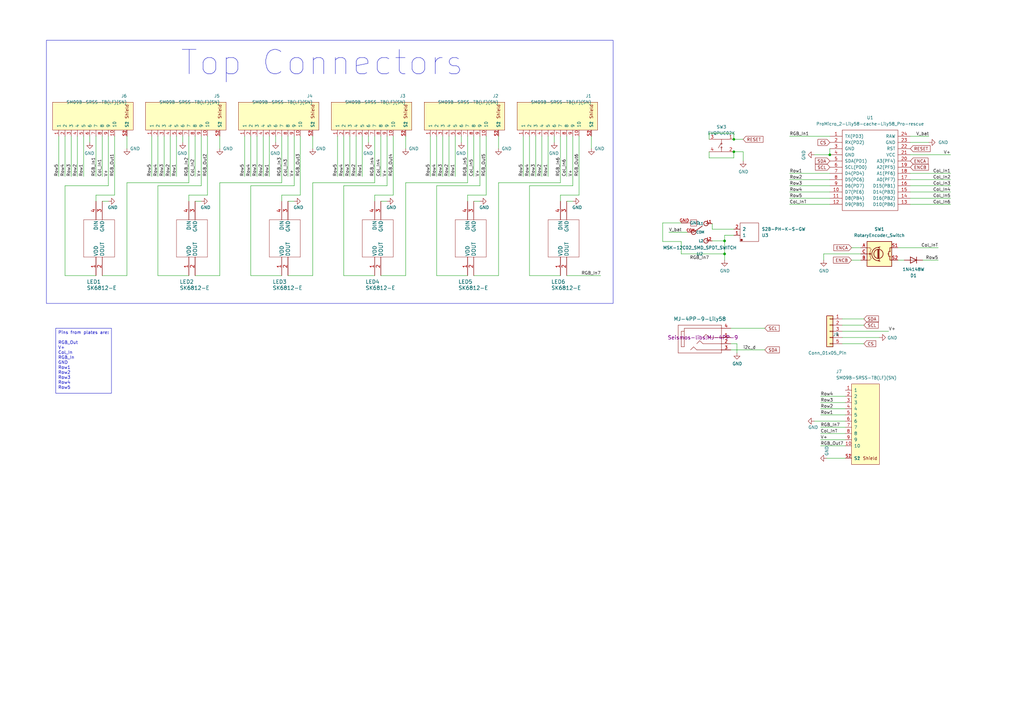
<source format=kicad_sch>
(kicad_sch (version 20230121) (generator eeschema)
  (paper "A3")
  (lib_symbols
    (symbol "Diode:1N4148W" (pin_numbers hide) (pin_names hide)
      (property "Reference" "D" (at 0 2.54 0))
      (property "Value" "1N4148W" (at 0 -2.54 0))
      (symbol "1N4148W_0_1"
        (polyline (pts (xy -1.27 1.27) (xy -1.27 -1.27)) (stroke (width 0.254)))
        (polyline (pts (xy 1.27 0) (xy -1.27 0)))
        (polyline (pts (xy 1.27 1.27) (xy 1.27 -1.27) (xy -1.27 0) (xy 1.27 1.27)) (stroke (width 0.254)))
      )
      (symbol "1N4148W_1_1"
        (pin passive line (at -3.81 0 0) (length 2.54) (name "K") (number "1"))
        (pin passive line (at 3.81 0 180) (length 2.54) (name "A") (number "2"))
      )
    )
    (symbol "GND_1" (power) (pin_names (offset 0))
      (property "Value" "GND_1" (at 0 -3.81 0))
      (symbol "GND_1_0_1"
        (polyline (pts (xy 0 0) (xy 0 -1.27) (xy 1.27 -1.27) (xy 0 -2.54) (xy -1.27 -1.27) (xy 0 -1.27)))
      )
      (symbol "GND_1_1_1"
        (pin power_in line (at 0 0 270) (length 0) hide (name "GND") (number "1"))
      )
    )
    (symbol "Seismos-sym:Conn_01x05" (pin_names (offset 1.016) hide)
      (property "Reference" "J" (at 0 7.62 0))
      (property "Value" "Conn_01x05" (at 0 -7.62 0))
      (symbol "Conn_01x05_1_1"
        (rectangle (start -1.27 -4.953) (end 0 -5.207) (stroke (width 0.1524)))
        (rectangle (start -1.27 -2.413) (end 0 -2.667) (stroke (width 0.1524)))
        (rectangle (start -1.27 0.127) (end 0 -0.127) (stroke (width 0.1524)))
        (rectangle (start -1.27 2.667) (end 0 2.413) (stroke (width 0.1524)))
        (rectangle (start -1.27 5.207) (end 0 4.953) (stroke (width 0.1524)))
        (rectangle (start -1.27 6.35) (end 1.27 -6.35) (stroke (width 0.254)) (fill (type background)))
        (pin passive line (at -5.08 5.08 0) (length 3.81) (name "Pin_1") (number "1"))
        (pin passive line (at -5.08 2.54 0) (length 3.81) (name "Pin_2") (number "2"))
        (pin passive line (at -5.08 0 0) (length 3.81) (name "Pin_3") (number "3"))
        (pin passive line (at -5.08 -2.54 0) (length 3.81) (name "Pin_4") (number "4"))
        (pin passive line (at -5.08 -5.08 0) (length 3.81) (name "Pin_5") (number "5"))
      )
    )
    (symbol "Seismos-sym:EVQPUC02K" (pin_names (offset 1.016) hide)
      (property "Reference" "SW" (at 0 7.747 0))
      (property "Value" "EVQPUC02K" (at 0 12.827 0))
      (symbol "EVQPUC02K_1_1"
        (circle (center 0 -0.762) (radius 0.254) (stroke (width 0.1524)))
        (polyline (pts (xy -2.54 -2.54) (xy 2.54 -2.54)) (stroke (width 0.1524)))
        (polyline (pts (xy -2.54 2.54) (xy 2.54 2.54)) (stroke (width 0.1524)))
        (polyline (pts (xy -1.27 -1.016) (xy -0.254 0.762)) (stroke (width 0.1524)))
        (polyline (pts (xy 0 -2.54) (xy 0 -1.524)) (stroke (width 0.1524)))
        (polyline (pts (xy 0 -1.524) (xy 0 -0.762)) (stroke (width 0.1524)))
        (polyline (pts (xy 0 2.54) (xy 0 0.762)) (stroke (width 0.1524)))
        (circle (center 0 0.762) (radius 0.254) (stroke (width 0.1524)))
        (pin input line (at 5.08 2.54 180) (length 2.54) (name "1") (number "1"))
        (pin input line (at 5.08 -2.54 180) (length 2.54) (name "2") (number "2"))
        (pin input line (at -5.08 2.54 0) (length 2.54) (name "3") (number "3"))
        (pin input line (at -5.08 -2.54 0) (length 2.54) (name "4") (number "4"))
      )
    )
    (symbol "Seismos-sym:MJ-4PP-9-Lily58" (pin_names (offset 1.016))
      (property "Reference" "J" (at -8.89 -7.62 0))
      (property "Value" "MJ-4PP-9-Lily58" (at -3.81 6.35 0))
      (property "Footprint" "Seismos-libs:MJ-4PP-9" (at 0 0 0))
      (symbol "MJ-4PP-9-Lily58_0_1"
        (rectangle (start -7.62 2.54) (end -8.89 -3.81))
        (polyline (pts (xy 2.54 0) (xy 7.62 0)))
        (polyline (pts (xy -2.54 -5.08) (xy 7.62 -5.08) (xy 7.62 -5.08)))
        (polyline (pts (xy 0 -2.54) (xy -1.27 -1.27) (xy -2.54 -2.54)))
        (polyline (pts (xy 0 0) (xy 1.27 1.27) (xy 2.54 0)))
        (polyline (pts (xy 7.62 3.81) (xy -7.62 3.81) (xy -7.62 2.54)))
        (polyline (pts (xy -2.54 -5.08) (xy -3.81 -3.81) (xy -5.08 -5.08) (xy -5.08 -5.08)))
        (polyline (pts (xy 0 -2.54) (xy 7.62 -2.54) (xy 7.62 -2.54) (xy 7.62 -2.54)))
        (rectangle (start 7.62 -6.35) (end -10.16 5.08))
      )
      (symbol "MJ-4PP-9-Lily58_1_1"
        (pin passive line (at 11.43 0 180) (length 3.81) (name "~") (number "1"))
        (pin passive line (at 11.43 -2.54 180) (length 3.81) (name "~") (number "2"))
        (pin passive line (at 11.43 -5.08 180) (length 3.81) (name "~") (number "3"))
        (pin passive line (at 11.43 3.81 180) (length 3.81) (name "~") (number "4"))
      )
    )
    (symbol "Seismos-sym:MSK-12C02_SMD_SPDT_SWITCH" (pin_names (offset 1.016))
      (property "Reference" "U" (at -5.08 7.62 0))
      (property "Value" "MSK-12C02_SMD_SPDT_SWITCH" (at -5.08 -7.62 0))
      (symbol "MSK-12C02_SMD_SPDT_SWITCH_0_0"
        (circle (center -5.08 0) (radius 0.9158) (stroke (width 0.254)))
        (circle (center 0 -3.556) (radius 0.9158) (stroke (width 0.254)))
        (polyline (pts (xy -5.08 0) (xy -1.524 -2.54)) (stroke (width 0.254)))
        (circle (center 0 3.556) (radius 0.9158) (stroke (width 0.254)))
        (pin bidirectional line (at -7.62 0 0) (length 2.54) (name "COM") (number "COM"))
        (pin bidirectional line (at 2.54 -3.556 180) (length 2.54) (name "L1") (number "L1"))
        (pin bidirectional line (at 2.54 3.556 180) (length 2.54) (name "L2") (number "L2"))
      )
      (symbol "MSK-12C02_SMD_SPDT_SWITCH_0_1"
        (rectangle (start -6.35 -2.54) (end -3.81 -5.08))
        (polyline (pts (xy -7.62 -3.81) (xy -6.35 -3.81)))
      )
      (symbol "MSK-12C02_SMD_SPDT_SWITCH_1_1"
        (pin bidirectional line (at -10.16 -3.81 0) (length 2.54) (name "GND") (number "GND"))
      )
    )
    (symbol "Seismos-sym:ProMicro_2-Lily58" (pin_names (offset 1.016))
      (property "Reference" "U" (at 0 17.78 0))
      (property "Value" "ProMicro_2-Lily58" (at 0 -17.78 0))
      (symbol "ProMicro_2-Lily58_0_1"
        (rectangle (start -11.43 16.51) (end 11.43 -16.51))
      )
      (symbol "ProMicro_2-Lily58_1_1"
        (pin bidirectional line (at -16.51 13.97 0) (length 5.08) (name "TX(PD3)") (number "1"))
        (pin input line (at -16.51 -8.89 0) (length 5.08) (name "D7(PE6)") (number "10"))
        (pin input line (at -16.51 -11.43 0) (length 5.08) (name "D8(PB4)") (number "11"))
        (pin input line (at -16.51 -13.97 0) (length 5.08) (name "D9(PB5)") (number "12"))
        (pin input line (at 16.51 -13.97 180) (length 5.08) (name "D10(PB6)") (number "13"))
        (pin input line (at 16.51 -11.43 180) (length 5.08) (name "D16(PB2)") (number "14"))
        (pin input line (at 16.51 -8.89 180) (length 5.08) (name "D14(PB3)") (number "15"))
        (pin input line (at 16.51 -6.35 180) (length 5.08) (name "D15(PB1)") (number "16"))
        (pin input line (at 16.51 -3.81 180) (length 5.08) (name "A0(PF7)") (number "17"))
        (pin input line (at 16.51 -1.27 180) (length 5.08) (name "A1(PF6)") (number "18"))
        (pin input line (at 16.51 1.27 180) (length 5.08) (name "A2(PF5)") (number "19"))
        (pin input line (at -16.51 11.43 0) (length 5.08) (name "RX(PD2)") (number "2"))
        (pin input line (at 16.51 3.81 180) (length 5.08) (name "A3(PF4)") (number "20"))
        (pin input line (at 16.51 6.35 180) (length 5.08) (name "VCC") (number "21"))
        (pin input line (at 16.51 8.89 180) (length 5.08) (name "RST") (number "22"))
        (pin input line (at 16.51 11.43 180) (length 5.08) (name "GND") (number "23"))
        (pin input line (at 16.51 13.97 180) (length 5.08) (name "RAW") (number "24"))
        (pin input line (at -16.51 8.89 0) (length 5.08) (name "GND") (number "3"))
        (pin input line (at -16.51 6.35 0) (length 5.08) (name "GND") (number "4"))
        (pin input line (at -16.51 3.81 0) (length 5.08) (name "SDA(PD1)") (number "5"))
        (pin input line (at -16.51 1.27 0) (length 5.08) (name "SCL(PD0)") (number "6"))
        (pin input line (at -16.51 -1.27 0) (length 5.08) (name "D4(PD4)") (number "7"))
        (pin input line (at -16.51 -3.81 0) (length 5.08) (name "D5(PC6)") (number "8"))
        (pin input line (at -16.51 -6.35 0) (length 5.08) (name "D6(PD7)") (number "9"))
      )
    )
    (symbol "Seismos-sym:RotaryEncoder_Switch" (pin_names (offset 0.254) hide)
      (property "Reference" "SW" (at 0 6.604 0))
      (property "Value" "RotaryEncoder_Switch" (at 0 -6.604 0))
      (symbol "RotaryEncoder_Switch_0_1"
        (rectangle (start -5.08 5.08) (end 5.08 -5.08) (stroke (width 0.254)) (fill (type background)))
        (circle (center -3.81 0) (radius 0.254) (fill (type outline)))
        (circle (center -0.381 0) (radius 1.905) (stroke (width 0.254)))
        (arc (start -0.381 2.667) (mid -3.0988 -0.0635) (end -0.381 -2.794) (stroke (width 0.254)))
        (polyline (pts (xy -0.635 -1.778) (xy -0.635 1.778)) (stroke (width 0.254)))
        (polyline (pts (xy -0.381 -1.778) (xy -0.381 1.778)) (stroke (width 0.254)))
        (polyline (pts (xy -0.127 1.778) (xy -0.127 -1.778)) (stroke (width 0.254)))
        (polyline (pts (xy 3.81 0) (xy 3.429 0)) (stroke (width 0.254)))
        (polyline (pts (xy 3.81 1.016) (xy 3.81 -1.016)) (stroke (width 0.254)))
        (polyline (pts (xy -5.08 -2.54) (xy -3.81 -2.54) (xy -3.81 -2.032)))
        (polyline (pts (xy -5.08 2.54) (xy -3.81 2.54) (xy -3.81 2.032)))
        (polyline (pts (xy 0.254 -3.048) (xy -0.508 -2.794) (xy 0.127 -2.413)) (stroke (width 0.254)))
        (polyline (pts (xy 0.254 2.921) (xy -0.508 2.667) (xy 0.127 2.286)) (stroke (width 0.254)))
        (polyline (pts (xy 5.08 -2.54) (xy 4.318 -2.54) (xy 4.318 -1.016)) (stroke (width 0.254)))
        (polyline (pts (xy 5.08 2.54) (xy 4.318 2.54) (xy 4.318 1.016)) (stroke (width 0.254)))
        (polyline (pts (xy -5.08 0) (xy -3.81 0) (xy -3.81 -1.016) (xy -3.302 -2.032)))
        (polyline (pts (xy -4.318 0) (xy -3.81 0) (xy -3.81 1.016) (xy -3.302 2.032)))
        (circle (center 4.318 -1.016) (radius 0.127) (stroke (width 0.254)))
        (circle (center 4.318 1.016) (radius 0.127) (stroke (width 0.254)))
      )
      (symbol "RotaryEncoder_Switch_1_1"
        (pin passive line (at -7.62 2.54 0) (length 2.54) (name "A") (number "A"))
        (pin passive line (at -7.62 -2.54 0) (length 2.54) (name "B") (number "B"))
        (pin passive line (at -7.62 0 0) (length 2.54) (name "C") (number "C"))
        (pin passive line (at 7.62 2.54 180) (length 2.54) (name "S1") (number "S1"))
        (pin passive line (at 7.62 -2.54 180) (length 2.54) (name "S2") (number "S2"))
      )
    )
    (symbol "Seismos-sym:S2B-PH-K-S-GW" (pin_names (offset 1.016))
      (property "Reference" "U" (at 0 6.35 0))
      (property "Value" "S2B-PH-K-S-GW" (at 0 11.43 0))
      (symbol "S2B-PH-K-S-GW_1_1"
        (rectangle (start -2.54 3.81) (end 5.08 -3.81) (stroke (width 0.1524)))
        (circle (center -1.905 3.175) (radius 0.381) (stroke (width 0.1524)) (fill (type outline)))
        (pin input line (at -5.08 1.27 0) (length 2.54) (name "1") (number "1"))
        (pin input line (at -5.08 -1.27 0) (length 2.54) (name "2") (number "2"))
      )
    )
    (symbol "Seismos-sym:SK6812-E" (pin_names (offset 0.254))
      (property "Reference" "LED" (at 15.24 -10.16 0))
      (property "Value" "SK6812-E" (at 15.24 -12.7 0))
      (symbol "SK6812-E_1_1"
        (polyline (pts (xy 7.62 -7.62) (xy 22.86 -7.62)) (stroke (width 0.127)))
        (polyline (pts (xy 7.62 5.08) (xy 7.62 -7.62)) (stroke (width 0.127)))
        (polyline (pts (xy 22.86 -7.62) (xy 22.86 5.08)) (stroke (width 0.127)))
        (polyline (pts (xy 22.86 5.08) (xy 7.62 5.08)) (stroke (width 0.127)))
        (pin power_in line (at 0 0 0) (length 7.62) (name "VDD") (number "1"))
        (pin output line (at 0 -2.54 0) (length 7.62) (name "DOUT") (number "2"))
        (pin power_out line (at 30.48 -2.54 180) (length 7.62) (name "GND") (number "3"))
        (pin input line (at 30.48 0 180) (length 7.62) (name "DIN") (number "4"))
      )
    )
    (symbol "Seismos-sym:SM10B-SRSS-TB_(LF)(SN)" (pin_names (offset 1.016))
      (property "Reference" "CN" (at -9.4742 3.81 90))
      (property "Value" "SM10B-SRSS-TB_(LF)(SN)" (at 1.27 20.32 0))
      (symbol "SM10B-SRSS-TB_(LF)(SN)_1_1"
        (rectangle (start -3.81 17.78) (end 7.62 -15.24) (stroke (width 0.1524)) (fill (type background)))
        (text "Shield" (at 3.81 -12.7 0) (effects (font (size 1.27 1.27))))
        (pin input line (at -6.35 15.24 0) (length 2.54) (name "1") (number "1"))
        (pin input line (at -6.35 -7.62 0) (length 2.54) (name "10") (number "10"))
        (pin input line (at -6.35 12.7 0) (length 2.54) (name "2") (number "2"))
        (pin input line (at -6.35 10.16 0) (length 2.54) (name "3") (number "3"))
        (pin input line (at -6.35 7.62 0) (length 2.54) (name "4") (number "4"))
        (pin input line (at -6.35 5.08 0) (length 2.54) (name "5") (number "5"))
        (pin input line (at -6.35 2.54 0) (length 2.54) (name "6") (number "6"))
        (pin input line (at -6.35 0 0) (length 2.54) (name "7") (number "7"))
        (pin input line (at -6.35 -2.54 0) (length 2.54) (name "8") (number "8"))
        (pin input line (at -6.35 -5.08 0) (length 2.54) (name "9") (number "9"))
        (pin input line (at -6.35 -12.7 0) (length 2.54) (name "S1") (number "S1"))
        (pin input line (at -6.35 -12.7 0) (length 2.54) (name "S2") (number "S2"))
      )
    )
    (symbol "power:GND" (power) (pin_names (offset 0))
      (property "Value" "GND" (at 0 -3.81 0))
      (symbol "GND_0_1"
        (polyline (pts (xy 0 0) (xy 0 -1.27) (xy 1.27 -1.27) (xy 0 -2.54) (xy -1.27 -1.27) (xy 0 -1.27)))
      )
      (symbol "GND_1_1"
        (pin power_in line (at 0 0 270) (length 0) hide (name "GND") (number "1"))
      )
    )
  )
  (junction (at 297.18 98.806))
  (junction (at 340.36 63.5))
  (junction (at 300.99 62.23))
  (junction (at 300.99 57.15))
  (junction (at 297.18 104.14))
  (wire (pts (xy 323.85 83.82) (xy 340.36 83.82)))
  (wire (pts (xy 41.91 82.55) (xy 44.45 82.55)))
  (wire (pts (xy 179.07 76.2) (xy 179.07 113.03)))
  (wire (pts (xy 24.13 55.88) (xy 24.13 72.39)))
  (wire (pts (xy 166.37 55.88) (xy 166.37 60.96)))
  (wire (pts (xy 179.07 113.03) (xy 191.77 113.03)))
  (wire (pts (xy 323.85 76.2) (xy 340.36 76.2)))
  (wire (pts (xy 237.49 80.01) (xy 229.87 80.01)))
  (wire (pts (xy 128.27 113.03) (xy 128.27 74.93)))
  (wire (pts (xy 153.67 55.88) (xy 153.67 74.93)))
  (wire (pts (xy 300.99 54.61) (xy 300.99 57.15)))
  (wire (pts (xy 69.85 55.88) (xy 69.85 72.39)))
  (wire (pts (xy 323.85 78.74) (xy 340.36 78.74)))
  (wire (pts (xy 373.38 78.74) (xy 389.89 78.74)))
  (wire (pts (xy 300.99 96.52) (xy 297.18 96.52)))
  (wire (pts (xy 140.97 113.03) (xy 153.67 113.03)))
  (wire (pts (xy 336.55 167.64) (xy 346.71 167.64)))
  (wire (pts (xy 297.18 106.68) (xy 297.18 104.14)))
  (wire (pts (xy 100.33 55.88) (xy 100.33 72.39)))
  (wire (pts (xy 271.78 91.44) (xy 279.4 91.44)))
  (wire (pts (xy 118.11 113.03) (xy 128.27 113.03)))
  (wire (pts (xy 64.77 113.03) (xy 77.47 113.03)))
  (wire (pts (xy 345.44 133.35) (xy 354.33 133.35)))
  (wire (pts (xy 191.77 80.01) (xy 191.77 82.55)))
  (wire (pts (xy 115.57 80.01) (xy 115.57 82.55)))
  (wire (pts (xy 232.41 55.88) (xy 232.41 72.39)))
  (wire (pts (xy 323.85 73.66) (xy 340.36 73.66)))
  (wire (pts (xy 373.38 58.42) (xy 381 58.42)))
  (wire (pts (xy 323.85 71.12) (xy 340.36 71.12)))
  (wire (pts (xy 299.72 134.62) (xy 313.69 134.62)))
  (wire (pts (xy 204.47 74.93) (xy 229.87 74.93)))
  (wire (pts (xy 85.09 55.88) (xy 85.09 80.01)))
  (wire (pts (xy 153.67 80.01) (xy 153.67 82.55)))
  (wire (pts (xy 189.23 55.88) (xy 189.23 58.42)))
  (wire (pts (xy 41.91 113.03) (xy 52.07 113.03)))
  (wire (pts (xy 336.55 162.56) (xy 346.71 162.56)))
  (wire (pts (xy 337.82 104.14) (xy 337.82 106.68)))
  (wire (pts (xy 373.38 55.88) (xy 381 55.88)))
  (wire (pts (xy 156.21 113.03) (xy 166.37 113.03)))
  (wire (pts (xy 151.13 55.88) (xy 151.13 58.42)))
  (wire (pts (xy 297.18 98.806) (xy 297.18 104.14)))
  (wire (pts (xy 80.01 55.88) (xy 80.01 72.39)))
  (wire (pts (xy 181.61 55.88) (xy 181.61 72.39)))
  (wire (pts (xy 304.8 66.04) (xy 304.8 62.23)))
  (wire (pts (xy 224.79 55.88) (xy 224.79 72.39)))
  (wire (pts (xy 52.07 74.93) (xy 77.47 74.93)))
  (wire (pts (xy 290.83 62.23) (xy 290.83 64.77)))
  (wire (pts (xy 34.29 55.88) (xy 34.29 72.39)))
  (wire (pts (xy 156.21 55.88) (xy 156.21 72.39)))
  (wire (pts (xy 82.55 55.88) (xy 82.55 76.2)))
  (wire (pts (xy 232.41 113.03) (xy 246.38 113.03)))
  (wire (pts (xy 237.49 55.88) (xy 237.49 80.01)))
  (wire (pts (xy 373.38 83.82) (xy 389.89 83.82)))
  (wire (pts (xy 74.93 55.88) (xy 74.93 58.42)))
  (wire (pts (xy 90.17 74.93) (xy 115.57 74.93)))
  (wire (pts (xy 349.25 101.6) (xy 353.06 101.6)))
  (wire (pts (xy 123.19 80.01) (xy 115.57 80.01)))
  (wire (pts (xy 176.53 55.88) (xy 176.53 72.39)))
  (wire (pts (xy 232.41 82.55) (xy 234.95 82.55)))
  (wire (pts (xy 336.55 175.26) (xy 346.71 175.26)))
  (wire (pts (xy 64.77 55.88) (xy 64.77 72.39)))
  (wire (pts (xy 214.63 55.88) (xy 214.63 72.39)))
  (wire (pts (xy 39.37 80.01) (xy 39.37 82.55)))
  (wire (pts (xy 146.05 55.88) (xy 146.05 72.39)))
  (wire (pts (xy 143.51 55.88) (xy 143.51 72.39)))
  (wire (pts (xy 113.03 55.88) (xy 113.03 58.42)))
  (wire (pts (xy 336.55 182.88) (xy 346.71 182.88)))
  (wire (pts (xy 80.01 113.03) (xy 90.17 113.03)))
  (wire (pts (xy 44.45 55.88) (xy 44.45 76.2)))
  (wire (pts (xy 234.95 55.88) (xy 234.95 76.2)))
  (wire (pts (xy 64.77 76.2) (xy 64.77 113.03)))
  (wire (pts (xy 123.19 55.88) (xy 123.19 80.01)))
  (wire (pts (xy 336.55 180.34) (xy 346.71 180.34)))
  (wire (pts (xy 290.83 54.61) (xy 300.99 54.61)))
  (wire (pts (xy 158.75 76.2) (xy 140.97 76.2)))
  (wire (pts (xy 102.87 55.88) (xy 102.87 72.39)))
  (wire (pts (xy 105.41 55.88) (xy 105.41 72.39)))
  (wire (pts (xy 242.57 55.88) (xy 242.57 60.96)))
  (wire (pts (xy 227.33 55.88) (xy 227.33 58.42)))
  (wire (pts (xy 118.11 82.55) (xy 120.65 82.55)))
  (wire (pts (xy 323.85 81.28) (xy 340.36 81.28)))
  (wire (pts (xy 373.38 81.28) (xy 389.89 81.28)))
  (wire (pts (xy 336.55 170.18) (xy 346.71 170.18)))
  (wire (pts (xy 72.39 55.88) (xy 72.39 72.39)))
  (wire (pts (xy 368.3 106.68) (xy 370.84 106.68)))
  (wire (pts (xy 90.17 113.03) (xy 90.17 74.93)))
  (wire (pts (xy 300.99 64.77) (xy 300.99 62.23)))
  (wire (pts (xy 120.65 76.2) (xy 102.87 76.2)))
  (wire (pts (xy 297.18 96.52) (xy 297.18 98.806)))
  (wire (pts (xy 323.85 55.88) (xy 340.36 55.88)))
  (wire (pts (xy 345.44 138.43) (xy 360.68 138.43)))
  (wire (pts (xy 199.39 80.01) (xy 191.77 80.01)))
  (wire (pts (xy 373.38 76.2) (xy 389.89 76.2)))
  (wire (pts (xy 191.77 55.88) (xy 191.77 74.93)))
  (wire (pts (xy 194.31 55.88) (xy 194.31 72.39)))
  (wire (pts (xy 340.36 60.96) (xy 340.36 63.5)))
  (wire (pts (xy 217.17 113.03) (xy 229.87 113.03)))
  (wire (pts (xy 107.95 55.88) (xy 107.95 72.39)))
  (wire (pts (xy 140.97 76.2) (xy 140.97 113.03)))
  (wire (pts (xy 222.25 55.88) (xy 222.25 72.39)))
  (wire (pts (xy 77.47 55.88) (xy 77.47 74.93)))
  (wire (pts (xy 102.87 76.2) (xy 102.87 113.03)))
  (wire (pts (xy 44.45 76.2) (xy 26.67 76.2)))
  (wire (pts (xy 292.1 93.98) (xy 300.99 93.98)))
  (wire (pts (xy 62.23 55.88) (xy 62.23 72.39)))
  (wire (pts (xy 196.85 76.2) (xy 179.07 76.2)))
  (wire (pts (xy 378.46 106.68) (xy 384.81 106.68)))
  (wire (pts (xy 52.07 55.88) (xy 52.07 60.96)))
  (wire (pts (xy 234.95 76.2) (xy 217.17 76.2)))
  (wire (pts (xy 161.29 55.88) (xy 161.29 80.01)))
  (wire (pts (xy 138.43 55.88) (xy 138.43 72.39)))
  (wire (pts (xy 340.36 63.5) (xy 334.01 63.5)))
  (wire (pts (xy 368.3 101.6) (xy 384.81 101.6)))
  (wire (pts (xy 229.87 55.88) (xy 229.87 74.93)))
  (wire (pts (xy 46.99 55.88) (xy 46.99 80.01)))
  (wire (pts (xy 219.71 55.88) (xy 219.71 72.39)))
  (wire (pts (xy 229.87 80.01) (xy 229.87 82.55)))
  (wire (pts (xy 290.83 57.15) (xy 290.83 54.61)))
  (wire (pts (xy 204.47 55.88) (xy 204.47 60.96)))
  (wire (pts (xy 82.55 76.2) (xy 64.77 76.2)))
  (wire (pts (xy 52.07 113.03) (xy 52.07 74.93)))
  (wire (pts (xy 158.75 55.88) (xy 158.75 76.2)))
  (wire (pts (xy 166.37 74.93) (xy 191.77 74.93)))
  (wire (pts (xy 29.21 55.88) (xy 29.21 72.39)))
  (wire (pts (xy 120.65 55.88) (xy 120.65 76.2)))
  (wire (pts (xy 299.72 140.97) (xy 302.26 140.97)))
  (wire (pts (xy 118.11 55.88) (xy 118.11 72.39)))
  (wire (pts (xy 279.4 104.14) (xy 297.18 104.14)))
  (wire (pts (xy 67.31 55.88) (xy 67.31 72.39)))
  (wire (pts (xy 26.67 76.2) (xy 26.67 113.03)))
  (wire (pts (xy 196.85 55.88) (xy 196.85 76.2)))
  (wire (pts (xy 339.09 187.96) (xy 346.71 187.96)))
  (wire (pts (xy 110.49 55.88) (xy 110.49 72.39)))
  (wire (pts (xy 299.72 143.51) (xy 313.69 143.51)))
  (wire (pts (xy 31.75 55.88) (xy 31.75 72.39)))
  (wire (pts (xy 300.99 57.15) (xy 304.8 57.15)))
  (wire (pts (xy 279.4 99.06) (xy 271.78 99.06)))
  (wire (pts (xy 186.69 55.88) (xy 186.69 72.39)))
  (wire (pts (xy 179.07 55.88) (xy 179.07 72.39)))
  (wire (pts (xy 166.37 113.03) (xy 166.37 74.93)))
  (wire (pts (xy 217.17 76.2) (xy 217.17 113.03)))
  (wire (pts (xy 204.47 113.03) (xy 204.47 74.93)))
  (wire (pts (xy 373.38 73.66) (xy 389.89 73.66)))
  (wire (pts (xy 373.38 71.12) (xy 389.89 71.12)))
  (wire (pts (xy 274.32 95.25) (xy 281.94 95.25)))
  (wire (pts (xy 194.31 113.03) (xy 204.47 113.03)))
  (wire (pts (xy 336.55 165.1) (xy 346.71 165.1)))
  (wire (pts (xy 128.27 74.93) (xy 153.67 74.93)))
  (wire (pts (xy 292.1 98.806) (xy 297.18 98.806)))
  (wire (pts (xy 373.38 63.5) (xy 389.89 63.5)))
  (wire (pts (xy 336.55 177.8) (xy 346.71 177.8)))
  (wire (pts (xy 90.17 55.88) (xy 90.17 60.96)))
  (wire (pts (xy 80.01 82.55) (xy 82.55 82.55)))
  (wire (pts (xy 85.09 80.01) (xy 77.47 80.01)))
  (wire (pts (xy 292.1 93.98) (xy 292.1 91.694)))
  (wire (pts (xy 353.06 104.14) (xy 337.82 104.14)))
  (wire (pts (xy 115.57 55.88) (xy 115.57 74.93)))
  (wire (pts (xy 199.39 55.88) (xy 199.39 80.01)))
  (wire (pts (xy 184.15 55.88) (xy 184.15 72.39)))
  (wire (pts (xy 128.27 55.88) (xy 128.27 60.96)))
  (wire (pts (xy 345.44 130.81) (xy 354.33 130.81)))
  (wire (pts (xy 26.67 113.03) (xy 39.37 113.03)))
  (wire (pts (xy 271.78 99.06) (xy 271.78 91.44)))
  (wire (pts (xy 334.01 172.72) (xy 346.71 172.72)))
  (wire (pts (xy 194.31 82.55) (xy 196.85 82.55)))
  (wire (pts (xy 41.91 55.88) (xy 41.91 72.39)))
  (wire (pts (xy 304.8 62.23) (xy 300.99 62.23)))
  (wire (pts (xy 140.97 55.88) (xy 140.97 72.39)))
  (wire (pts (xy 217.17 55.88) (xy 217.17 72.39)))
  (wire (pts (xy 39.37 55.88) (xy 39.37 72.39)))
  (wire (pts (xy 77.47 80.01) (xy 77.47 82.55)))
  (wire (pts (xy 349.25 106.68) (xy 353.06 106.68)))
  (wire (pts (xy 26.67 55.88) (xy 26.67 72.39)))
  (wire (pts (xy 345.44 135.89) (xy 364.49 135.89)))
  (wire (pts (xy 279.4 99.06) (xy 279.4 104.14)))
  (wire (pts (xy 102.87 113.03) (xy 115.57 113.03)))
  (wire (pts (xy 156.21 82.55) (xy 158.75 82.55)))
  (wire (pts (xy 36.83 55.88) (xy 36.83 58.42)))
  (wire (pts (xy 345.44 140.97) (xy 354.33 140.97)))
  (wire (pts (xy 302.26 140.97) (xy 302.26 144.78)))
  (wire (pts (xy 46.99 80.01) (xy 39.37 80.01)))
  (wire (pts (xy 290.83 64.77) (xy 300.99 64.77)))
  (wire (pts (xy 161.29 80.01) (xy 153.67 80.01)))
  (wire (pts (xy 148.59 55.88) (xy 148.59 72.39)))
  (rectangle (start 19.05 16.51) (end 251.46 124.46))
  (text_box "Pins from plates are:\n\nRGB_Out\nV+\nCol_In\nRGB_In\nGND\nRow1\nRow2\nRow3\nRow4\nRow5" (at 22.86 134.62 0) (size 22.86 26.67) (effects (font (size 1.27 1.27)) (justify left top)))
  (text "Top Connectors" (at 73.66 31.75 0) (effects (font (size 10 10)) (justify left bottom)))
  (label "Row1" (at 186.69 72.39 90))
  (label "Col_In4" (at 156.21 72.39 90))
  (label "RGB_In7" (at 290.83 106.68 180))
  (label "RGB_Out1" (at 46.99 72.39 90))
  (label "Row2" (at 222.25 72.39 90))
  (label "Row1" (at 110.49 72.39 90))
  (label "Col_InT" (at 323.85 83.82 0))
  (label "Row1" (at 34.29 72.39 90))
  (label "Row2" (at 336.55 167.64 0))
  (label "RGB_In1" (at 39.37 72.39 90))
  (label "Row5" (at 100.33 72.39 90))
  (label "Row2" (at 31.75 72.39 90))
  (label "Row3" (at 105.41 72.39 90))
  (label "Row2" (at 107.95 72.39 90))
  (label "V+" (at 82.55 72.39 90))
  (label "V_bat" (at 381 55.88 180))
  (label "Col_In1" (at 389.89 71.12 180))
  (label "Col_In1" (at 41.91 72.39 90))
  (label "Row1" (at 323.85 71.12 0))
  (label "Col_In2" (at 389.89 73.66 180))
  (label "Row4" (at 64.77 72.39 90))
  (label "Row5" (at 176.53 72.39 90))
  (label "Col_InT" (at 384.81 101.6 180))
  (label "Row4" (at 217.17 72.39 90))
  (label "Row3" (at 323.85 76.2 0))
  (label "Col_In5" (at 389.89 81.28 180))
  (label "V_bat" (at 274.32 95.25 0))
  (label "RGB_Out7" (at 336.55 182.88 0))
  (label "Row5" (at 24.13 72.39 90))
  (label "Col_In3" (at 118.11 72.39 90))
  (label "Row3" (at 219.71 72.39 90))
  (label "Row3" (at 181.61 72.39 90))
  (label "Row5" (at 323.85 81.28 0))
  (label "RGB_Out3" (at 123.19 72.39 90))
  (label "Row4" (at 323.85 78.74 0))
  (label "Row4" (at 26.67 72.39 90))
  (label "Row3" (at 67.31 72.39 90))
  (label "RGB_Out5" (at 199.39 72.39 90))
  (label "RGB_In6" (at 229.87 72.39 90))
  (label "V+" (at 44.45 72.39 90))
  (label "RGB_In4" (at 153.67 72.39 90))
  (label "Row1" (at 224.79 72.39 90))
  (label "V+" (at 158.75 72.39 90))
  (label "RGB_In5" (at 191.77 72.39 90))
  (label "Col_In6" (at 389.89 83.82 180))
  (label "Col_In6" (at 232.41 72.39 90))
  (label "V+" (at 234.95 72.39 90))
  (label "Row1" (at 148.59 72.39 90))
  (label "V+" (at 120.65 72.39 90))
  (label "RGB_In2" (at 77.47 72.39 90))
  (label "Row4" (at 140.97 72.39 90))
  (label "V+" (at 389.89 63.5 180))
  (label "RGB_Out2" (at 85.09 72.39 90))
  (label "RGB_Out4" (at 161.29 72.39 90))
  (label "Row1" (at 72.39 72.39 90))
  (label "Row5" (at 384.81 106.68 180))
  (label "V+" (at 364.49 135.89 0))
  (label "Row4" (at 179.07 72.39 90))
  (label "RGB_Out6" (at 237.49 72.39 90))
  (label "Row5" (at 62.23 72.39 90))
  (label "Row3" (at 336.55 165.1 0))
  (label "i2c_d" (at 304.8 143.51 0))
  (label "Col_In4" (at 389.89 78.74 180))
  (label "Row2" (at 323.85 73.66 0))
  (label "V+" (at 196.85 72.39 90))
  (label "Col_In2" (at 80.01 72.39 90))
  (label "RGB_In1" (at 323.85 55.88 0))
  (label "Row3" (at 143.51 72.39 90))
  (label "Row3" (at 29.21 72.39 90))
  (label "Col_In3" (at 389.89 76.2 180))
  (label "Row1" (at 336.55 170.18 0))
  (label "Row2" (at 69.85 72.39 90))
  (label "Col_In5" (at 194.31 72.39 90))
  (label "Row4" (at 102.87 72.39 90))
  (label "V+" (at 336.55 180.34 0))
  (label "Row5" (at 214.63 72.39 90))
  (label "Row5" (at 138.43 72.39 90))
  (label "RGB_In7" (at 246.38 113.03 180))
  (label "Col_InT" (at 336.55 177.8 0))
  (label "RGB_In7" (at 336.55 175.26 0))
  (label "Row2" (at 146.05 72.39 90))
  (label "Row2" (at 184.15 72.39 90))
  (label "Row4" (at 336.55 162.56 0))
  (label "RGB_In3" (at 115.57 72.39 90))
  (global_label "SDA" (shape input) (at 340.36 66.04 180) (property "Intersheetrefs" "${INTERSHEET_REFS}" (effects hide)))
  (global_label "SDA" (shape input) (at 354.33 130.81 0) (property "Intersheetrefs" "${INTERSHEET_REFS}" (effects hide)))
  (global_label "SCL" (shape input) (at 313.69 134.62 0) (property "Intersheetrefs" "${INTERSHEET_REFS}" (effects hide)))
  (global_label "SCL" (shape input) (at 340.36 68.58 180) (property "Intersheetrefs" "${INTERSHEET_REFS}" (effects hide)))
  (global_label "ENCB" (shape input) (at 373.38 68.58 0) (property "Intersheetrefs" "${INTERSHEET_REFS}" (effects hide)))
  (global_label "ENCA" (shape input) (at 373.38 66.04 0) (property "Intersheetrefs" "${INTERSHEET_REFS}" (effects hide)))
  (global_label "RESET" (shape input) (at 304.8 57.15 0) (property "Intersheetrefs" "${INTERSHEET_REFS}" (effects hide)))
  (global_label "ENCB" (shape input) (at 349.25 106.68 180) (property "Intersheetrefs" "${INTERSHEET_REFS}" (effects hide)))
  (global_label "RESET" (shape input) (at 373.38 60.96 0) (property "Intersheetrefs" "${INTERSHEET_REFS}" (effects hide)))
  (global_label "ENCA" (shape input) (at 349.25 101.6 180) (property "Intersheetrefs" "${INTERSHEET_REFS}" (effects hide)))
  (global_label "SCL" (shape input) (at 354.33 133.35 0) (property "Intersheetrefs" "${INTERSHEET_REFS}" (effects hide)))
  (global_label "CS" (shape input) (at 340.36 58.42 180) (property "Intersheetrefs" "${INTERSHEET_REFS}" (effects hide)))
  (global_label "SDA" (shape input) (at 313.69 143.51 0) (property "Intersheetrefs" "${INTERSHEET_REFS}" (effects hide)))
  (global_label "CS" (shape input) (at 354.33 140.97 0) (property "Intersheetrefs" "${INTERSHEET_REFS}" (effects hide)))
  (symbol (lib_id "Seismos-sym:SM10B-SRSS-TB_(LF)(SN)") (at 229.87 49.53 90) (unit 1)
    (property "Reference" "J1" (at 242.57 39.37 90) (effects (justify left)))
    (property "Value" "SM09B-SRSS-TB(LF)(SN)" (at 242.57 41.91 90) (effects (justify left)))
    (property "Footprint" "Seismos-libs:CONN-SMD_10P-P1.00_SM10B-SRSS-TB-LF-SN" (effects hide))
    (property "Datasheet" "http://www.szlcsc.com/product/details_171789.html" (effects hide))
    (property "PARTREV" "1.0" (effects hide))
    (property "MANUFACTURER" "Manufacturer_name" (effects hide))
    (property "STANDARD" "Manufacturer Recommendations" (effects hide))
    (property "SuppliersPartNumber" "C160409" (effects hide))
    (property "uuid" "std:5e45a64e8ce7478d8accd2bac4409ba5" (effects hide))
  )
  (symbol (lib_name "GND_1") (lib_id "power:GND") (at 36.83 58.42 0) (mirror y) (unit 1)
    (property "Reference" "#PWR012" (effects hide))
    (property "Value" "GND" (at 38.735 62.865 0) (effects (justify left)))
  )
  (symbol (lib_id "power:GND") (at 52.07 60.96 0) (unit 1)
    (property "Reference" "#PWR02" (effects hide))
    (property "Value" "GND" (at 53.34 60.96 0) (effects (justify left)))
  )
  (symbol (lib_id "Seismos-sym:RotaryEncoder_Switch") (at 360.68 104.14 0) (unit 1)
    (property "Reference" "SW1" (at 360.68 93.98 0))
    (property "Value" "RotaryEncoder_Switch" (at 360.68 96.52 0))
    (property "Footprint" "Seismos-libs:RotaryEncoder_Alps_EC11E-Switch_Vertical_H20mm-keebio_modified" (effects hide))
  )
  (symbol (lib_id "power:GND") (at 242.57 60.96 0) (unit 1)
    (property "Reference" "#PWR028" (effects hide))
    (property "Value" "GND" (at 243.84 60.96 0) (effects (justify left)))
  )
  (symbol (lib_id "power:GND") (at 302.26 144.78 0) (unit 1)
    (property "Reference" "#PWR019" (effects hide))
    (property "Value" "GND" (at 302.387 149.1742 0))
  )
  (symbol (lib_id "power:GND") (at 44.45 82.55 90) (unit 1)
    (property "Reference" "#PWR021" (effects hide))
    (property "Value" "GND" (at 48.26 85.09 90) (effects (justify left)))
  )
  (symbol (lib_id "Seismos-sym:SK6812-E") (at 77.47 113.03 90) (unit 1)
    (property "Reference" "LED2" (at 73.66 115.57 90) (effects (font (size 1.524 1.524)) (justify right)))
    (property "Value" "SK6812-E" (at 73.66 118.11 90) (effects (font (size 1.524 1.524)) (justify right)))
    (property "Footprint" "Seismos-libs:SK6812-E" (effects hide))
  )
  (symbol (lib_id "Seismos-sym:ProMicro_2-Lily58") (at 356.87 69.85 0) (unit 1)
    (property "Reference" "U1" (at 356.87 48.26 0))
    (property "Value" "ProMicro_2-Lily58-cache-Lily58_Pro-rescue" (at 356.87 50.8 0))
    (property "Footprint" "keyboard_reversible:ProMicro" (effects hide))
  )
  (symbol (lib_id "Seismos-sym:EVQPUC02K") (at 295.91 59.69 0) (unit 1)
    (property "Reference" "SW3" (at 295.91 52.07 0))
    (property "Value" "EVQPUC02K" (at 295.91 54.61 0))
    (property "Footprint" "Seismos-libs:SW-SMD_EVQPUD02K" (effects hide))
    (property "Datasheet" "http://www.szlcsc.com/product/details_80311.html" (effects hide))
    (property "SuppliersPartNumber" "C79174" (effects hide))
    (property "uuid" "std:89571b53ad64408584c96bcda364818c" (effects hide))
  )
  (symbol (lib_id "Seismos-sym:SK6812-E") (at 191.77 113.03 90) (unit 1)
    (property "Reference" "LED5" (at 187.96 115.57 90) (effects (font (size 1.524 1.524)) (justify right)))
    (property "Value" "SK6812-E" (at 187.96 118.11 90) (effects (font (size 1.524 1.524)) (justify right)))
    (property "Footprint" "Seismos-libs:SK6812-E" (effects hide))
  )
  (symbol (lib_id "Seismos-sym:SM10B-SRSS-TB_(LF)(SN)") (at 191.77 49.53 90) (unit 1)
    (property "Reference" "J2" (at 204.47 39.37 90) (effects (justify left)))
    (property "Value" "SM09B-SRSS-TB(LF)(SN)" (at 204.47 41.91 90) (effects (justify left)))
    (property "Footprint" "Seismos-libs:CONN-SMD_10P-P1.00_SM10B-SRSS-TB-LF-SN" (effects hide))
    (property "Datasheet" "http://www.szlcsc.com/product/details_171789.html" (effects hide))
    (property "PARTREV" "1.0" (effects hide))
    (property "MANUFACTURER" "Manufacturer_name" (effects hide))
    (property "STANDARD" "Manufacturer Recommendations" (effects hide))
    (property "SuppliersPartNumber" "C160409" (effects hide))
    (property "uuid" "std:5e45a64e8ce7478d8accd2bac4409ba5" (effects hide))
  )
  (symbol (lib_name "GND_1") (lib_id "power:GND") (at 74.93 58.42 0) (mirror y) (unit 1)
    (property "Reference" "#PWR01" (effects hide))
    (property "Value" "GND" (at 76.835 62.865 0) (effects (justify left)))
  )
  (symbol (lib_id "Seismos-sym:SM10B-SRSS-TB_(LF)(SN)") (at 115.57 49.53 90) (unit 1)
    (property "Reference" "J4" (at 128.27 39.37 90) (effects (justify left)))
    (property "Value" "SM09B-SRSS-TB(LF)(SN)" (at 128.27 41.91 90) (effects (justify left)))
    (property "Footprint" "Seismos-libs:CONN-SMD_10P-P1.00_SM10B-SRSS-TB-LF-SN" (effects hide))
    (property "Datasheet" "http://www.szlcsc.com/product/details_171789.html" (effects hide))
    (property "PARTREV" "1.0" (effects hide))
    (property "MANUFACTURER" "Manufacturer_name" (effects hide))
    (property "STANDARD" "Manufacturer Recommendations" (effects hide))
    (property "SuppliersPartNumber" "C160409" (effects hide))
    (property "uuid" "std:5e45a64e8ce7478d8accd2bac4409ba5" (effects hide))
  )
  (symbol (lib_id "Seismos-sym:SK6812-E") (at 229.87 113.03 90) (unit 1)
    (property "Reference" "LED6" (at 226.06 115.57 90) (effects (font (size 1.524 1.524)) (justify right)))
    (property "Value" "SK6812-E" (at 226.06 118.11 90) (effects (font (size 1.524 1.524)) (justify right)))
    (property "Footprint" "Seismos-libs:SK6812-E" (effects hide))
  )
  (symbol (lib_id "Seismos-sym:SM10B-SRSS-TB_(LF)(SN)") (at 39.37 49.53 90) (unit 1)
    (property "Reference" "J6" (at 52.07 39.37 90) (effects (justify left)))
    (property "Value" "SM09B-SRSS-TB(LF)(SN)" (at 52.07 41.91 90) (effects (justify left)))
    (property "Footprint" "Seismos-libs:CONN-SMD_10P-P1.00_SM10B-SRSS-TB-LF-SN" (effects hide))
    (property "Datasheet" "http://www.szlcsc.com/product/details_171789.html" (effects hide))
    (property "PARTREV" "1.0" (effects hide))
    (property "MANUFACTURER" "Manufacturer_name" (effects hide))
    (property "STANDARD" "Manufacturer Recommendations" (effects hide))
    (property "SuppliersPartNumber" "C160409" (effects hide))
    (property "uuid" "std:5e45a64e8ce7478d8accd2bac4409ba5" (effects hide))
  )
  (symbol (lib_id "Diode:1N4148W") (at 374.65 106.68 0) (mirror y) (unit 1)
    (property "Reference" "D1" (at 374.65 113.03 0))
    (property "Value" "1N4148W" (at 374.65 110.49 0))
    (property "Footprint" "Diode_SMD:D_SOD-123" (effects hide))
    (property "Datasheet" "https://www.vishay.com/docs/85748/1n4148w.pdf" (effects hide))
    (property "Sim.Device" "D" (effects hide))
    (property "Sim.Pins" "1=K 2=A" (effects hide))
  )
  (symbol (lib_id "Seismos-sym:SK6812-E") (at 153.67 113.03 90) (unit 1)
    (property "Reference" "LED4" (at 149.86 115.57 90) (effects (font (size 1.524 1.524)) (justify right)))
    (property "Value" "SK6812-E" (at 149.86 118.11 90) (effects (font (size 1.524 1.524)) (justify right)))
    (property "Footprint" "Seismos-libs:SK6812-E" (effects hide))
  )
  (symbol (lib_name "GND_1") (lib_id "power:GND") (at 113.03 58.42 0) (mirror y) (unit 1)
    (property "Reference" "#PWR03" (effects hide))
    (property "Value" "GND" (at 114.935 62.865 0) (effects (justify left)))
  )
  (symbol (lib_id "power:GND") (at 204.47 60.96 0) (unit 1)
    (property "Reference" "#PWR024" (effects hide))
    (property "Value" "GND" (at 205.74 60.96 0) (effects (justify left)))
  )
  (symbol (lib_id "power:GND") (at 234.95 82.55 90) (unit 1)
    (property "Reference" "#PWR027" (effects hide))
    (property "Value" "GND" (at 238.76 85.09 90) (effects (justify left)))
  )
  (symbol (lib_name "GND_1") (lib_id "power:GND") (at 189.23 58.42 0) (mirror y) (unit 1)
    (property "Reference" "#PWR018" (effects hide))
    (property "Value" "GND" (at 191.135 62.865 0) (effects (justify left)))
  )
  (symbol (lib_id "power:GND") (at 337.82 106.68 0) (unit 1)
    (property "Reference" "#PWR017" (effects hide))
    (property "Value" "GND" (at 337.947 111.0742 0))
  )
  (symbol (lib_id "power:GND") (at 334.01 63.5 270) (unit 1)
    (property "Reference" "#PWR015" (effects hide))
    (property "Value" "GND" (at 329.6158 63.627 0))
  )
  (symbol (lib_id "Seismos-sym:S2B-PH-K-S-GW") (at 306.07 95.25 0) (mirror x) (unit 1)
    (property "Reference" "U3" (at 312.42 96.52 0) (effects (justify left)))
    (property "Value" "S2B-PH-K-S-GW" (at 312.42 93.98 0) (effects (justify left)))
    (property "Footprint" "Seismos-libs:CONN-TH_S2B-PH-K-S-GW" (effects hide))
    (property "Datasheet" "http://www.szlcsc.com/product/details_169280.html" (effects hide))
    (property "SuppliersPartNumber" "C157932" (effects hide))
    (property "uuid" "std:142e468e0eff4c74b82a90663b738815" (effects hide))
  )
  (symbol (lib_id "power:GND") (at 128.27 60.96 0) (unit 1)
    (property "Reference" "#PWR08" (effects hide))
    (property "Value" "GND" (at 129.54 60.96 0) (effects (justify left)))
  )
  (symbol (lib_id "Seismos-sym:SK6812-E") (at 39.37 113.03 90) (unit 1)
    (property "Reference" "LED1" (at 35.56 115.57 90) (effects (font (size 1.524 1.524)) (justify right)))
    (property "Value" "SK6812-E" (at 35.56 118.11 90) (effects (font (size 1.524 1.524)) (justify right)))
    (property "Footprint" "Seismos-libs:SK6812-E" (effects hide))
  )
  (symbol (lib_id "Seismos-sym:SK6812-E") (at 115.57 113.03 90) (unit 1)
    (property "Reference" "LED3" (at 111.76 115.57 90) (effects (font (size 1.524 1.524)) (justify right)))
    (property "Value" "SK6812-E" (at 111.76 118.11 90) (effects (font (size 1.524 1.524)) (justify right)))
    (property "Footprint" "Seismos-libs:SK6812-E" (effects hide))
  )
  (symbol (lib_id "power:GND") (at 304.8 66.04 0) (unit 1)
    (property "Reference" "#PWR016" (effects hide))
    (property "Value" "GND" (at 304.927 70.4342 0))
  )
  (symbol (lib_id "power:GND") (at 360.68 138.43 90) (mirror x) (unit 1)
    (property "Reference" "#PWR013" (effects hide))
    (property "Value" "GND" (at 363.9312 138.557 90) (effects (justify right)))
  )
  (symbol (lib_id "power:GND") (at 166.37 60.96 0) (unit 1)
    (property "Reference" "#PWR011" (effects hide))
    (property "Value" "GND" (at 167.64 60.96 0) (effects (justify left)))
  )
  (symbol (lib_id "power:GND") (at 334.01 172.72 270) (mirror x) (unit 1)
    (property "Reference" "#PWR020" (effects hide))
    (property "Value" "GND" (at 331.47 175.26 90) (effects (justify left)))
  )
  (symbol (lib_id "power:GND") (at 196.85 82.55 90) (unit 1)
    (property "Reference" "#PWR022" (effects hide))
    (property "Value" "GND" (at 200.66 85.09 90) (effects (justify left)))
  )
  (symbol (lib_id "power:GND") (at 158.75 82.55 90) (unit 1)
    (property "Reference" "#PWR010" (effects hide))
    (property "Value" "GND" (at 162.56 85.09 90) (effects (justify left)))
  )
  (symbol (lib_name "GND_1") (lib_id "power:GND") (at 151.13 58.42 0) (mirror y) (unit 1)
    (property "Reference" "#PWR06" (effects hide))
    (property "Value" "GND" (at 153.035 62.865 0) (effects (justify left)))
  )
  (symbol (lib_id "Seismos-sym:SM10B-SRSS-TB_(LF)(SN)") (at 153.67 49.53 90) (unit 1)
    (property "Reference" "J3" (at 166.37 39.37 90) (effects (justify left)))
    (property "Value" "SM09B-SRSS-TB(LF)(SN)" (at 166.37 41.91 90) (effects (justify left)))
    (property "Footprint" "Seismos-libs:CONN-SMD_10P-P1.00_SM10B-SRSS-TB-LF-SN" (effects hide))
    (property "Datasheet" "http://www.szlcsc.com/product/details_171789.html" (effects hide))
    (property "PARTREV" "1.0" (effects hide))
    (property "MANUFACTURER" "Manufacturer_name" (effects hide))
    (property "STANDARD" "Manufacturer Recommendations" (effects hide))
    (property "SuppliersPartNumber" "C160409" (effects hide))
    (property "uuid" "std:5e45a64e8ce7478d8accd2bac4409ba5" (effects hide))
  )
  (symbol (lib_id "power:GND") (at 82.55 82.55 90) (unit 1)
    (property "Reference" "#PWR04" (effects hide))
    (property "Value" "GND" (at 86.36 85.09 90) (effects (justify left)))
  )
  (symbol (lib_id "Seismos-sym:SM10B-SRSS-TB_(LF)(SN)") (at 353.06 175.26 0) (unit 1)
    (property "Reference" "J7" (at 342.9 152.4 0) (effects (justify left)))
    (property "Value" "SM09B-SRSS-TB(LF)(SN)" (at 342.9 154.94 0) (effects (justify left)))
    (property "Footprint" "Seismos-libs:CONN-SMD_10P-P1.00_SM10B-SRSS-TB-LF-SN" (effects hide))
    (property "Datasheet" "http://www.szlcsc.com/product/details_171789.html" (effects hide))
    (property "PARTREV" "1.0" (effects hide))
    (property "MANUFACTURER" "Manufacturer_name" (effects hide))
    (property "STANDARD" "Manufacturer Recommendations" (effects hide))
    (property "SuppliersPartNumber" "C160409" (effects hide))
    (property "uuid" "std:5e45a64e8ce7478d8accd2bac4409ba5" (effects hide))
  )
  (symbol (lib_id "Seismos-sym:MSK-12C02_SMD_SPDT_SWITCH") (at 289.56 95.25 0) (mirror x) (unit 1)
    (property "Reference" "U2" (at 287.02 104.14 0))
    (property "Value" "MSK-12C02_SMD_SPDT_SWITCH" (at 287.02 101.6 0))
    (property "Footprint" "Seismos-libs:SW_PCM12SMTR" (effects hide))
  )
  (symbol (lib_name "GND_1") (lib_id "power:GND") (at 227.33 58.42 0) (mirror y) (unit 1)
    (property "Reference" "#PWR023" (effects hide))
    (property "Value" "GND" (at 229.235 62.865 0) (effects (justify left)))
  )
  (symbol (lib_id "Seismos-sym:MJ-4PP-9-Lily58") (at 288.29 138.43 0) (unit 1)
    (property "Reference" "J8" (effects hide))
    (property "Value" "MJ-4PP-9-Lily58" (at 287.02 130.81 0) (effects (font (size 1.524 1.524))))
    (property "Footprint" "Seismos-libs:MJ-4PP-9" (at 288.29 138.43 0) (effects (font (size 1.524 1.524))))
  )
  (symbol (lib_id "power:GND") (at 339.09 187.96 270) (unit 1)
    (property "Reference" "#PWR014" (effects hide))
    (property "Value" "GND" (at 339.09 182.88 0) (effects (justify left)))
  )
  (symbol (lib_id "power:GND") (at 381 58.42 90) (unit 1)
    (property "Reference" "#PWR025" (effects hide))
    (property "Value" "GND" (at 384.81 58.42 90) (effects (justify right)))
  )
  (symbol (lib_id "power:GND") (at 297.18 106.68 0) (unit 1)
    (property "Reference" "#PWR09" (effects hide))
    (property "Value" "GND" (at 297.307 111.0742 0))
  )
  (symbol (lib_id "power:GND") (at 90.17 60.96 0) (unit 1)
    (property "Reference" "#PWR05" (effects hide))
    (property "Value" "GND" (at 91.44 60.96 0) (effects (justify left)))
  )
  (symbol (lib_id "Seismos-sym:Conn_01x05") (at 340.36 135.89 0) (mirror y) (unit 1)
    (property "Reference" "J9" (at 341.63 137.16 0) (effects (justify right)))
    (property "Value" "Conn_01x05_Pin" (at 331.47 144.78 0) (effects (justify right)))
    (property "Footprint" "Connector_PinHeader_2.54mm:PinHeader_1x05_P2.54mm_Vertical" (effects hide))
  )
  (symbol (lib_id "Seismos-sym:SM10B-SRSS-TB_(LF)(SN)") (at 77.47 49.53 90) (unit 1)
    (property "Reference" "J5" (at 90.17 39.37 90) (effects (justify left)))
    (property "Value" "SM09B-SRSS-TB(LF)(SN)" (at 90.17 41.91 90) (effects (justify left)))
    (property "Footprint" "Seismos-libs:CONN-SMD_10P-P1.00_SM10B-SRSS-TB-LF-SN" (effects hide))
    (property "Datasheet" "http://www.szlcsc.com/product/details_171789.html" (effects hide))
    (property "PARTREV" "1.0" (effects hide))
    (property "MANUFACTURER" "Manufacturer_name" (effects hide))
    (property "STANDARD" "Manufacturer Recommendations" (effects hide))
    (property "SuppliersPartNumber" "C160409" (effects hide))
    (property "uuid" "std:5e45a64e8ce7478d8accd2bac4409ba5" (effects hide))
  )
  (symbol (lib_id "power:GND") (at 120.65 82.55 90) (unit 1)
    (property "Reference" "#PWR07" (effects hide))
    (property "Value" "GND" (at 124.46 85.09 90) (effects (justify left)))
  )
)
</source>
